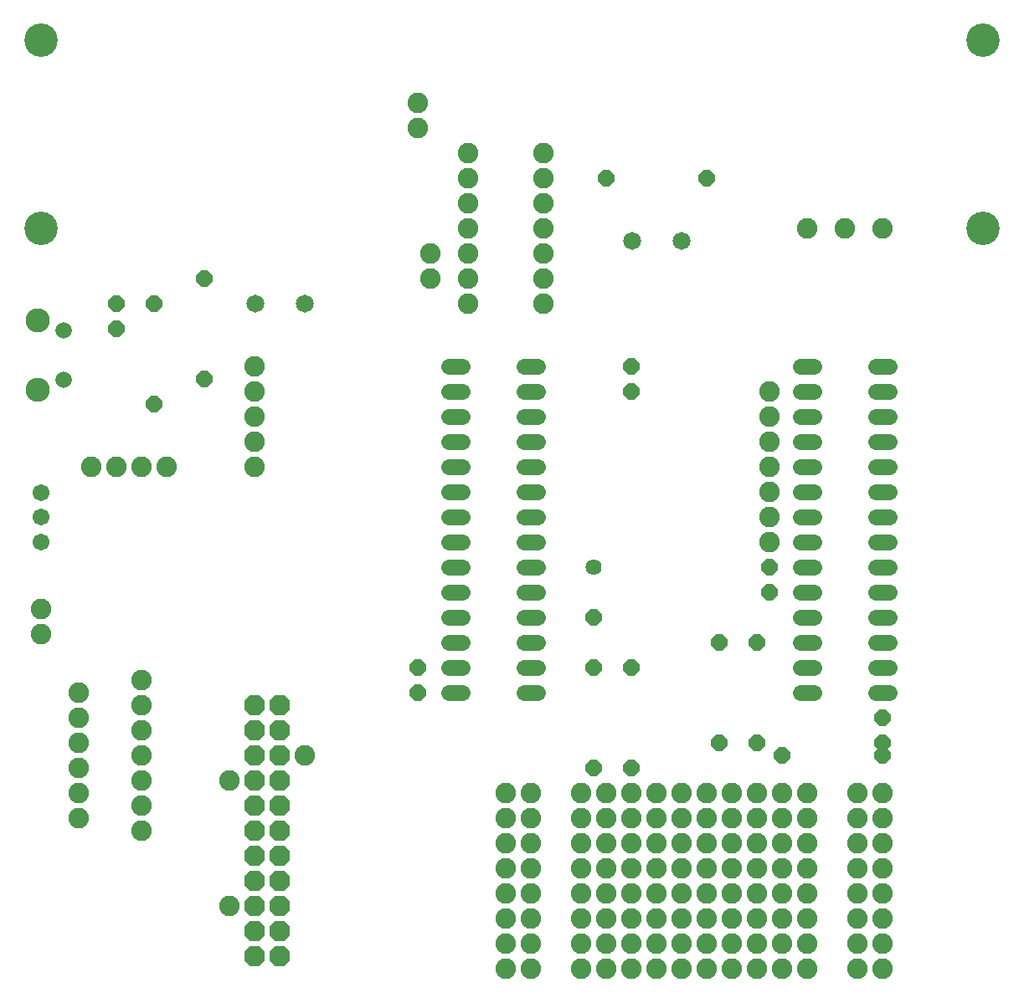
<source format=gbs>
G75*
%MOIN*%
%OFA0B0*%
%FSLAX25Y25*%
%IPPOS*%
%LPD*%
%AMOC8*
5,1,8,0,0,1.08239X$1,22.5*
%
%ADD10C,0.13300*%
%ADD11C,0.06400*%
%ADD12C,0.06546*%
%ADD13C,0.09658*%
%ADD14C,0.08200*%
%ADD15C,0.06743*%
%ADD16OC8,0.06400*%
%ADD17C,0.07137*%
%ADD18C,0.06400*%
%ADD19OC8,0.08200*%
D10*
X0101250Y0306800D03*
X0101250Y0381800D03*
X0476250Y0381800D03*
X0476250Y0306800D03*
D11*
X0439050Y0251800D02*
X0433450Y0251800D01*
X0433450Y0241800D02*
X0439050Y0241800D01*
X0439050Y0231800D02*
X0433450Y0231800D01*
X0433450Y0221800D02*
X0439050Y0221800D01*
X0439050Y0211800D02*
X0433450Y0211800D01*
X0433450Y0201800D02*
X0439050Y0201800D01*
X0439050Y0191800D02*
X0433450Y0191800D01*
X0433450Y0181800D02*
X0439050Y0181800D01*
X0439050Y0171800D02*
X0433450Y0171800D01*
X0433450Y0161800D02*
X0439050Y0161800D01*
X0439050Y0151800D02*
X0433450Y0151800D01*
X0433450Y0141800D02*
X0439050Y0141800D01*
X0439050Y0131800D02*
X0433450Y0131800D01*
X0433450Y0121800D02*
X0439050Y0121800D01*
X0409050Y0121800D02*
X0403450Y0121800D01*
X0403450Y0131800D02*
X0409050Y0131800D01*
X0409050Y0141800D02*
X0403450Y0141800D01*
X0403450Y0151800D02*
X0409050Y0151800D01*
X0409050Y0161800D02*
X0403450Y0161800D01*
X0403450Y0171800D02*
X0409050Y0171800D01*
X0409050Y0181800D02*
X0403450Y0181800D01*
X0403450Y0191800D02*
X0409050Y0191800D01*
X0409050Y0201800D02*
X0403450Y0201800D01*
X0403450Y0211800D02*
X0409050Y0211800D01*
X0409050Y0221800D02*
X0403450Y0221800D01*
X0403450Y0231800D02*
X0409050Y0231800D01*
X0409050Y0241800D02*
X0403450Y0241800D01*
X0403450Y0251800D02*
X0409050Y0251800D01*
X0299050Y0251800D02*
X0293450Y0251800D01*
X0293450Y0241800D02*
X0299050Y0241800D01*
X0299050Y0231800D02*
X0293450Y0231800D01*
X0293450Y0221800D02*
X0299050Y0221800D01*
X0299050Y0211800D02*
X0293450Y0211800D01*
X0293450Y0201800D02*
X0299050Y0201800D01*
X0299050Y0191800D02*
X0293450Y0191800D01*
X0293450Y0181800D02*
X0299050Y0181800D01*
X0299050Y0171800D02*
X0293450Y0171800D01*
X0293450Y0161800D02*
X0299050Y0161800D01*
X0299050Y0151800D02*
X0293450Y0151800D01*
X0293450Y0141800D02*
X0299050Y0141800D01*
X0299050Y0131800D02*
X0293450Y0131800D01*
X0293450Y0121800D02*
X0299050Y0121800D01*
X0269050Y0121800D02*
X0263450Y0121800D01*
X0263450Y0131800D02*
X0269050Y0131800D01*
X0269050Y0141800D02*
X0263450Y0141800D01*
X0263450Y0151800D02*
X0269050Y0151800D01*
X0269050Y0161800D02*
X0263450Y0161800D01*
X0263450Y0171800D02*
X0269050Y0171800D01*
X0269050Y0181800D02*
X0263450Y0181800D01*
X0263450Y0191800D02*
X0269050Y0191800D01*
X0269050Y0201800D02*
X0263450Y0201800D01*
X0263450Y0211800D02*
X0269050Y0211800D01*
X0269050Y0221800D02*
X0263450Y0221800D01*
X0263450Y0231800D02*
X0269050Y0231800D01*
X0269050Y0241800D02*
X0263450Y0241800D01*
X0263450Y0251800D02*
X0269050Y0251800D01*
D12*
X0110380Y0246457D03*
X0110380Y0266143D03*
D13*
X0099750Y0270080D03*
X0099750Y0242520D03*
D14*
X0116250Y0071800D03*
X0116250Y0081800D03*
X0116250Y0091800D03*
X0116250Y0101800D03*
X0116250Y0111800D03*
X0116250Y0121800D03*
X0141250Y0116800D03*
X0141250Y0126800D03*
X0141250Y0106800D03*
X0141250Y0096800D03*
X0141250Y0086800D03*
X0141250Y0076800D03*
X0141250Y0066800D03*
X0176250Y0086800D03*
X0206250Y0096800D03*
X0176250Y0036800D03*
X0286250Y0031800D03*
X0286250Y0021800D03*
X0296250Y0021800D03*
X0296250Y0031800D03*
X0296250Y0041800D03*
X0296250Y0051800D03*
X0286250Y0051800D03*
X0286250Y0041800D03*
X0286250Y0061800D03*
X0296250Y0061800D03*
X0296250Y0071800D03*
X0296250Y0081800D03*
X0286250Y0081800D03*
X0286250Y0071800D03*
X0316250Y0071800D03*
X0316250Y0081800D03*
X0326250Y0081800D03*
X0326250Y0071800D03*
X0336250Y0071800D03*
X0336250Y0081800D03*
X0346250Y0081800D03*
X0346250Y0071800D03*
X0356250Y0071800D03*
X0356250Y0081800D03*
X0366250Y0081800D03*
X0366250Y0071800D03*
X0376250Y0071800D03*
X0376250Y0081800D03*
X0386250Y0081800D03*
X0386250Y0071800D03*
X0396250Y0071800D03*
X0396250Y0081800D03*
X0406250Y0081800D03*
X0406250Y0071800D03*
X0406250Y0061800D03*
X0396250Y0061800D03*
X0386250Y0061800D03*
X0376250Y0061800D03*
X0366250Y0061800D03*
X0366250Y0051800D03*
X0366250Y0041800D03*
X0376250Y0041800D03*
X0376250Y0051800D03*
X0386250Y0051800D03*
X0386250Y0041800D03*
X0396250Y0041800D03*
X0396250Y0051800D03*
X0406250Y0051800D03*
X0406250Y0041800D03*
X0406250Y0031800D03*
X0406250Y0021800D03*
X0396250Y0021800D03*
X0396250Y0031800D03*
X0386250Y0031800D03*
X0386250Y0021800D03*
X0376250Y0021800D03*
X0376250Y0031800D03*
X0366250Y0031800D03*
X0366250Y0021800D03*
X0366250Y0011800D03*
X0376250Y0011800D03*
X0386250Y0011800D03*
X0396250Y0011800D03*
X0406250Y0011800D03*
X0426250Y0011800D03*
X0436250Y0011800D03*
X0436250Y0021800D03*
X0436250Y0031800D03*
X0426250Y0031800D03*
X0426250Y0021800D03*
X0426250Y0041800D03*
X0426250Y0051800D03*
X0436250Y0051800D03*
X0436250Y0041800D03*
X0436250Y0061800D03*
X0426250Y0061800D03*
X0426250Y0071800D03*
X0426250Y0081800D03*
X0436250Y0081800D03*
X0436250Y0071800D03*
X0356250Y0061800D03*
X0346250Y0061800D03*
X0336250Y0061800D03*
X0326250Y0061800D03*
X0316250Y0061800D03*
X0316250Y0051800D03*
X0316250Y0041800D03*
X0326250Y0041800D03*
X0326250Y0051800D03*
X0336250Y0051800D03*
X0336250Y0041800D03*
X0346250Y0041800D03*
X0346250Y0051800D03*
X0356250Y0051800D03*
X0356250Y0041800D03*
X0356250Y0031800D03*
X0356250Y0021800D03*
X0346250Y0021800D03*
X0346250Y0031800D03*
X0336250Y0031800D03*
X0336250Y0021800D03*
X0326250Y0021800D03*
X0326250Y0031800D03*
X0316250Y0031800D03*
X0316250Y0021800D03*
X0316250Y0011800D03*
X0326250Y0011800D03*
X0336250Y0011800D03*
X0346250Y0011800D03*
X0356250Y0011800D03*
X0296250Y0011800D03*
X0286250Y0011800D03*
X0101250Y0145300D03*
X0101250Y0155300D03*
X0121250Y0211800D03*
X0131250Y0211800D03*
X0141250Y0211800D03*
X0151250Y0211800D03*
X0186250Y0211800D03*
X0186250Y0221800D03*
X0186250Y0231800D03*
X0186250Y0241800D03*
X0186250Y0251800D03*
X0256250Y0286800D03*
X0256250Y0296800D03*
X0271250Y0296800D03*
X0271250Y0306800D03*
X0271250Y0316800D03*
X0271250Y0326800D03*
X0271250Y0336800D03*
X0251250Y0346800D03*
X0251250Y0356800D03*
X0301250Y0336800D03*
X0301250Y0326800D03*
X0301250Y0316800D03*
X0301250Y0306800D03*
X0301250Y0296800D03*
X0301250Y0286800D03*
X0301250Y0276800D03*
X0271250Y0276800D03*
X0271250Y0286800D03*
X0391250Y0241800D03*
X0391250Y0231800D03*
X0391250Y0221800D03*
X0391250Y0211800D03*
X0391250Y0201800D03*
X0391250Y0191800D03*
X0391250Y0181800D03*
X0406250Y0306800D03*
X0421250Y0306800D03*
X0436250Y0306800D03*
D15*
X0101250Y0201643D03*
X0101250Y0191800D03*
X0101250Y0181957D03*
D16*
X0146250Y0236800D03*
X0166250Y0246800D03*
X0146250Y0276800D03*
X0131250Y0276800D03*
X0131250Y0266800D03*
X0166250Y0286800D03*
X0326250Y0326800D03*
X0366250Y0326800D03*
X0336250Y0251800D03*
X0336250Y0241800D03*
X0391250Y0171800D03*
X0391250Y0161800D03*
X0386250Y0141800D03*
X0371250Y0141800D03*
X0336250Y0131800D03*
X0321250Y0131800D03*
X0321250Y0151800D03*
X0371250Y0101800D03*
X0386250Y0101800D03*
X0396250Y0096800D03*
X0436250Y0096800D03*
X0436250Y0101800D03*
X0436250Y0111800D03*
X0336250Y0091800D03*
X0321250Y0091800D03*
X0251250Y0121800D03*
X0251250Y0131800D03*
D17*
X0206093Y0276800D03*
X0186407Y0276800D03*
X0336407Y0301800D03*
X0356093Y0301800D03*
D18*
X0321250Y0171800D03*
D19*
X0196250Y0116800D03*
X0186250Y0116800D03*
X0186250Y0106800D03*
X0186250Y0096800D03*
X0196250Y0096800D03*
X0196250Y0106800D03*
X0196250Y0086800D03*
X0196250Y0076800D03*
X0186250Y0076800D03*
X0186250Y0086800D03*
X0186250Y0066800D03*
X0186250Y0056800D03*
X0196250Y0056800D03*
X0196250Y0066800D03*
X0196250Y0046800D03*
X0196250Y0036800D03*
X0186250Y0036800D03*
X0186250Y0046800D03*
X0186250Y0026800D03*
X0186250Y0016800D03*
X0196250Y0016800D03*
X0196250Y0026800D03*
M02*

</source>
